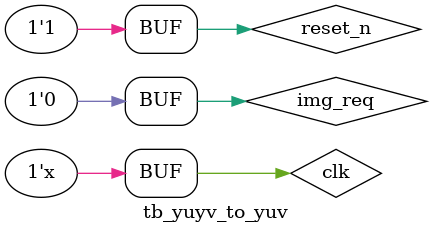
<source format=v>
`timescale 1ns/1ns

module tb_yuyv_to_yuv;

  reg           clk, reset_n, img_req, je_rd;
  reg    [7:0]  data;
  wire   [7:0]  je_data;
  wire   [16:0] addr;
  
  reg    [8:0]  data_count;
  reg    [15:0] delay_count;
  parameter     DELAY = 16'h4A8;
  parameter     BLOCK_DATA = 3*8*8;
  
  yuyv_to_yuv dut (
    .clk      (clk),
    .reset_n  (reset_n),
    
    .img_req  (img_req),
    
    .addr     (addr),
    .data     (data),
    
    .je_rd    (je_rd),
    .je_data  (je_data)  
  );

  initial
    begin
      clk = 0;
      reset_n = 0;
      img_req = 0;
      //je_rd = 0;
      #100
      reset_n = 1;
      #100
      img_req = 1;
      #1000
      img_req = 0;
    end
    
  always @ (*)
    #10 clk <= !clk;

  always @ (posedge clk)
    data <= #1 ~addr[7:0];
  
  always @ (posedge clk or negedge reset_n)
    begin
      if (!reset_n)
        delay_count <= #1 DELAY;
      else
      if (delay_count == 16'h0000)
        delay_count <= #1 DELAY;
      else        
        delay_count <= #1 delay_count - 16'h0001;
    end
  
  always @ (posedge clk or negedge reset_n)
    begin
      if (!reset_n)
        data_count <= #1 8'h00;
      else
      if (delay_count == 16'h0000)
        data_count <= #1 BLOCK_DATA;
      else
      if (data_count != 8'h00)
        data_count <= #1 data_count - 8'h01;
      else
        data_count <= #1 data_count;      
    end
  
  always @ (posedge clk or negedge reset_n)
    begin
      if (!reset_n)
        je_rd <= #1 1'b0;
      else
      if (|data_count)
        je_rd <= #1 1'b1;
      else
        je_rd <= #1 1'b0;      
    end
  
endmodule
</source>
